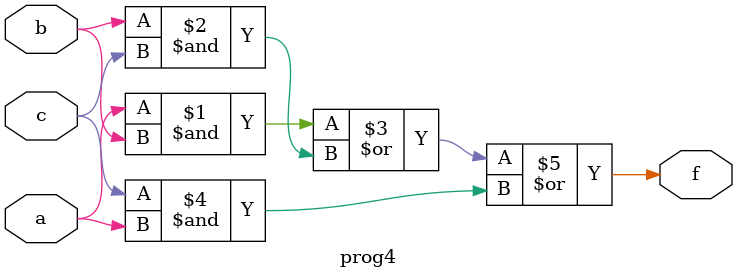
<source format=v>
module prog4(a, b, c, f);
input a, b, c;
output f;
assign f = (a&b)|(b&c)|(c&a);
endmodule

</source>
